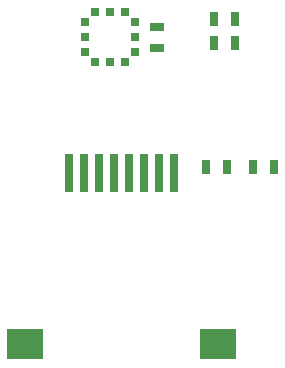
<source format=gbr>
G04 EAGLE Gerber RS-274X export*
G75*
%MOMM*%
%FSLAX34Y34*%
%LPD*%
%INSolderpaste Top*%
%IPPOS*%
%AMOC8*
5,1,8,0,0,1.08239X$1,22.5*%
G01*
%ADD10R,1.200000X0.800000*%
%ADD11R,0.800000X1.200000*%
%ADD12R,0.700000X0.700000*%
%ADD13R,0.800000X3.200000*%
%ADD14R,3.120000X2.540000*%


D10*
X130000Y271000D03*
X130000Y289000D03*
D11*
X211000Y170000D03*
X229000Y170000D03*
X171000Y170000D03*
X189000Y170000D03*
X178000Y275000D03*
X196000Y275000D03*
X178000Y295000D03*
X196000Y295000D03*
D12*
X102700Y259000D03*
X90000Y259000D03*
X77300Y259000D03*
X69000Y267300D03*
X69000Y280000D03*
X69000Y292700D03*
X77300Y301000D03*
X90000Y301000D03*
X102700Y301000D03*
X111000Y292700D03*
X111000Y280000D03*
X111000Y267300D03*
D13*
X144450Y165200D03*
X131750Y165200D03*
X119050Y165200D03*
X106350Y165200D03*
X93650Y165200D03*
X80950Y165200D03*
X68250Y165200D03*
X55550Y165200D03*
D14*
X181700Y20000D03*
X18300Y20000D03*
M02*

</source>
